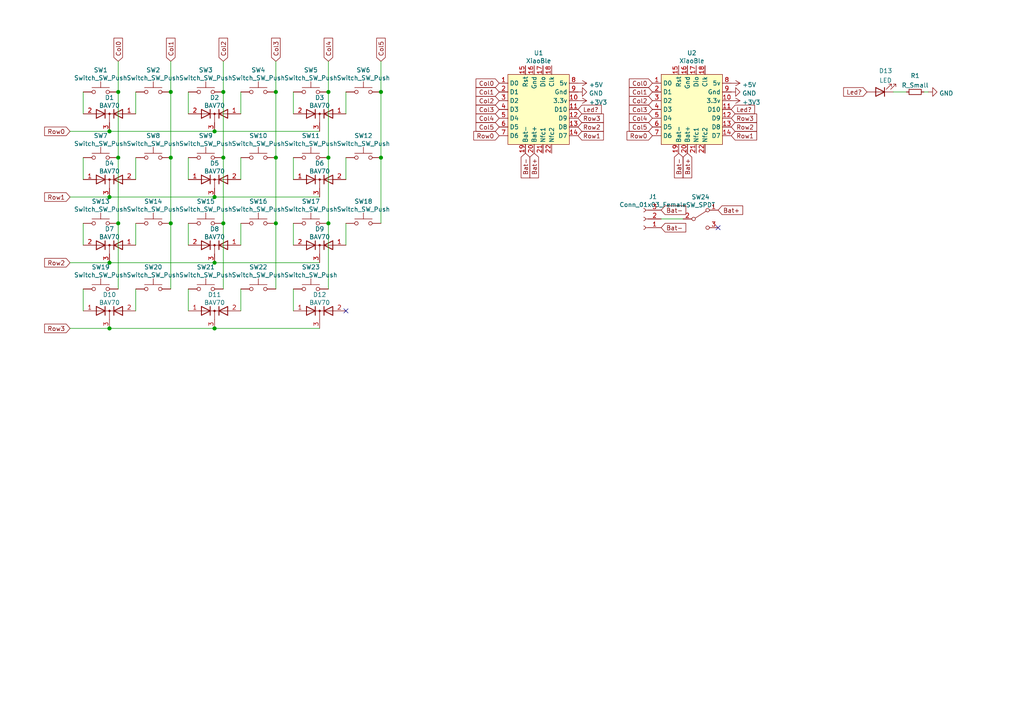
<source format=kicad_sch>
(kicad_sch (version 20231120) (generator "eeschema") (generator_version "8.0")
  (paper "A4")
  (lib_symbols
    (symbol "Connector:Conn_01x03_Female" (pin_names (offset 1.016) hide)
      (property "Reference" "J" (at 0 5.08 0))
      (property "Value" "Conn_01x03_Female" (at 0 -5.08 0))
      (symbol "Conn_01x03_Female_1_1"
        (arc (start 0 -2.032) (mid -0.5058 -2.54) (end 0 -3.048) (stroke (width 0.1524)))
        (polyline (pts (xy -1.27 -2.54) (xy -0.508 -2.54)) (stroke (width 0.1524)))
        (polyline (pts (xy -1.27 0) (xy -0.508 0)) (stroke (width 0.1524)))
        (polyline (pts (xy -1.27 2.54) (xy -0.508 2.54)) (stroke (width 0.1524)))
        (arc (start 0 0.508) (mid -0.5058 0) (end 0 -0.508) (stroke (width 0.1524)))
        (arc (start 0 3.048) (mid -0.5058 2.54) (end 0 2.032) (stroke (width 0.1524)))
        (pin passive line (at -5.08 2.54 0) (length 3.81) (name "Pin_1") (number "1"))
        (pin passive line (at -5.08 0 0) (length 3.81) (name "Pin_2") (number "2"))
        (pin passive line (at -5.08 -2.54 0) (length 3.81) (name "Pin_3") (number "3"))
      )
    )
    (symbol "Device:LED" (pin_numbers hide) (pin_names (offset 1.016) hide)
      (property "Reference" "D" (at 0 2.54 0))
      (property "Value" "LED" (at 0 -2.54 0))
      (symbol "LED_0_1"
        (polyline (pts (xy -1.27 -1.27) (xy -1.27 1.27)) (stroke (width 0.254)))
        (polyline (pts (xy -1.27 0) (xy 1.27 0)))
        (polyline (pts (xy 1.27 -1.27) (xy 1.27 1.27) (xy -1.27 0) (xy 1.27 -1.27)) (stroke (width 0.254)))
        (polyline (pts (xy -3.048 -0.762) (xy -4.572 -2.286) (xy -3.81 -2.286) (xy -4.572 -2.286) (xy -4.572 -1.524)))
        (polyline (pts (xy -1.778 -0.762) (xy -3.302 -2.286) (xy -2.54 -2.286) (xy -3.302 -2.286) (xy -3.302 -1.524)))
      )
      (symbol "LED_1_1"
        (pin passive line (at -3.81 0 0) (length 2.54) (name "K") (number "1"))
        (pin passive line (at 3.81 0 180) (length 2.54) (name "A") (number "2"))
      )
    )
    (symbol "Device:R_Small" (pin_numbers hide) (pin_names (offset 0.254) hide)
      (property "Reference" "R" (at 0.762 0.508 0))
      (property "Value" "R_Small" (at 0.762 -1.016 0))
      (symbol "R_Small_0_1"
        (rectangle (start -0.762 1.778) (end 0.762 -1.778) (stroke (width 0.2032)))
      )
      (symbol "R_Small_1_1"
        (pin passive line (at 0 2.54 270) (length 0.762) (name "~") (number "1"))
        (pin passive line (at 0 -2.54 90) (length 0.762) (name "~") (number "2"))
      )
    )
    (symbol "Diode:BAV70" (pin_names (offset 0.762) hide)
      (property "Reference" "D" (at 0.635 -2.54 0))
      (property "Value" "BAV70" (at 0 2.54 0))
      (symbol "BAV70_0_1"
        (polyline (pts (xy -3.81 0) (xy 3.81 0)))
        (polyline (pts (xy 0 0) (xy 0 -2.54)))
        (polyline (pts (xy -1.27 -1.27) (xy -1.27 1.27) (xy -1.27 1.27)) (stroke (width 0.254)))
        (polyline (pts (xy 1.27 -1.27) (xy 1.27 1.27) (xy 1.27 1.27)) (stroke (width 0.254)))
        (polyline (pts (xy -3.81 1.27) (xy -1.27 0) (xy -3.81 -1.27) (xy -3.81 1.27) (xy -3.81 1.27) (xy -3.81 1.27)) (stroke (width 0.254)))
        (polyline (pts (xy 3.81 -1.27) (xy 1.27 0) (xy 3.81 1.27) (xy 3.81 -1.27) (xy 3.81 -1.27) (xy 3.81 -1.27)) (stroke (width 0.254)))
        (circle (center 0 0) (radius 0.254) (fill (type outline)))
        (pin passive line (at -7.62 0 0) (length 3.81) (name "A") (number "1"))
        (pin passive line (at 7.62 0 180) (length 3.81) (name "A") (number "2"))
        (pin passive line (at 0 -5.08 90) (length 2.54) (name "K") (number "3"))
      )
    )
    (symbol "Switch:SW_SPDT" (pin_names (offset 0) hide)
      (property "Reference" "SW" (at 0 4.318 0))
      (property "Value" "SW_SPDT" (at 0 -5.08 0))
      (symbol "SW_SPDT_0_0"
        (circle (center -2.032 0) (radius 0.508))
        (circle (center 2.032 -2.54) (radius 0.508))
      )
      (symbol "SW_SPDT_0_1"
        (polyline (pts (xy -1.524 0.254) (xy 1.651 2.286)))
        (circle (center 2.032 2.54) (radius 0.508))
      )
      (symbol "SW_SPDT_1_1"
        (pin passive line (at 5.08 2.54 180) (length 2.54) (name "A") (number "1"))
        (pin passive line (at -5.08 0 0) (length 2.54) (name "B") (number "2"))
        (pin passive line (at 5.08 -2.54 180) (length 2.54) (name "C") (number "3"))
      )
    )
    (symbol "Xiao_BLE:XiaoBle"
      (property "Reference" "U1" (at 8.89 6.2272 0))
      (property "Value" "XiaoBle" (at 8.89 3.9285 0))
      (symbol "XiaoBle_0_1"
        (rectangle (start 0 0) (end 17.78 -20.32) (stroke (width 0.1524)) (fill (type background)))
      )
      (symbol "XiaoBle_1_1"
        (pin bidirectional line (at -2.54 -2.54 0) (length 2.54) (name "D0") (number "1"))
        (pin power_in line (at 20.32 -7.62 180) (length 2.54) (name "3.3v") (number "10"))
        (pin bidirectional line (at 20.32 -10.16 180) (length 2.54) (name "D10") (number "11"))
        (pin bidirectional line (at 20.32 -12.7 180) (length 2.54) (name "D9") (number "12"))
        (pin bidirectional line (at 20.32 -15.24 180) (length 2.54) (name "D8") (number "13"))
        (pin bidirectional line (at 20.32 -17.78 180) (length 2.54) (name "D7") (number "14"))
        (pin input line (at 5.08 2.54 270) (length 2.54) (name "Rst") (number "15"))
        (pin power_in line (at 7.62 2.54 270) (length 2.54) (name "Gnd") (number "16"))
        (pin unspecified line (at 10.16 2.54 270) (length 2.54) (name "Dio") (number "17"))
        (pin unspecified line (at 12.7 2.54 270) (length 2.54) (name "Clk") (number "18"))
        (pin power_in line (at 5.08 -22.86 90) (length 2.54) (name "Bat-") (number "19"))
        (pin bidirectional line (at -2.54 -5.08 0) (length 2.54) (name "D1") (number "2"))
        (pin power_in line (at 7.62 -22.86 90) (length 2.54) (name "Bat+") (number "20"))
        (pin unspecified line (at 10.16 -22.86 90) (length 2.54) (name "Nfc1") (number "21"))
        (pin unspecified line (at 12.7 -22.86 90) (length 2.54) (name "Nfc2") (number "22"))
        (pin bidirectional line (at -2.54 -7.62 0) (length 2.54) (name "D2") (number "3"))
        (pin bidirectional line (at -2.54 -10.16 0) (length 2.54) (name "D3") (number "4"))
        (pin bidirectional line (at -2.54 -12.7 0) (length 2.54) (name "D4") (number "5"))
        (pin bidirectional line (at -2.54 -15.24 0) (length 2.54) (name "D5") (number "6"))
        (pin bidirectional line (at -2.54 -17.78 0) (length 2.54) (name "D6") (number "7"))
        (pin power_in line (at 20.32 -2.54 180) (length 2.54) (name "5v") (number "8"))
        (pin power_in line (at 20.32 -5.08 180) (length 2.54) (name "Gnd") (number "9"))
      )
    )
    (symbol "keypadplz-cache:Switch_SW_Push" (pin_numbers hide) (pin_names (offset 1.016) hide)
      (property "Reference" "SW" (at 1.27 2.54 0))
      (property "Value" "Switch_SW_Push" (at 0 -1.524 0))
      (symbol "Switch_SW_Push_0_1"
        (circle (center -2.032 0) (radius 0.508))
        (polyline (pts (xy 0 1.27) (xy 0 3.048)))
        (polyline (pts (xy 2.54 1.27) (xy -2.54 1.27)))
        (circle (center 2.032 0) (radius 0.508))
        (pin passive line (at -5.08 0 0) (length 2.54) (name "1") (number "1"))
        (pin passive line (at 5.08 0 180) (length 2.54) (name "2") (number "2"))
      )
    )
    (symbol "power:+3.3V" (power) (pin_names (offset 0))
      (property "Value" "+3.3V" (at 0 3.556 0))
      (symbol "+3.3V_0_1"
        (polyline (pts (xy -0.762 1.27) (xy 0 2.54)))
        (polyline (pts (xy 0 0) (xy 0 2.54)))
        (polyline (pts (xy 0 2.54) (xy 0.762 1.27)))
      )
      (symbol "+3.3V_1_1"
        (pin power_in line (at 0 0 90) (length 0) hide (name "+3V3") (number "1"))
      )
    )
    (symbol "power:+5V" (power) (pin_names (offset 0))
      (property "Value" "+5V" (at 0 3.556 0))
      (symbol "+5V_0_1"
        (polyline (pts (xy -0.762 1.27) (xy 0 2.54)))
        (polyline (pts (xy 0 0) (xy 0 2.54)))
        (polyline (pts (xy 0 2.54) (xy 0.762 1.27)))
      )
      (symbol "+5V_1_1"
        (pin power_in line (at 0 0 90) (length 0) hide (name "+5V") (number "1"))
      )
    )
    (symbol "power:GND" (power) (pin_names (offset 0))
      (property "Value" "GND" (at 0 -3.81 0))
      (symbol "GND_0_1"
        (polyline (pts (xy 0 0) (xy 0 -1.27) (xy 1.27 -1.27) (xy 0 -2.54) (xy -1.27 -1.27) (xy 0 -1.27)))
      )
      (symbol "GND_1_1"
        (pin power_in line (at 0 0 270) (length 0) hide (name "GND") (number "1"))
      )
    )
  )
  (junction (at 80.01 26.67) (diameter 1.016))
  (junction (at 95.25 26.67) (diameter 1.016))
  (junction (at 34.29 45.72) (diameter 1.016))
  (junction (at 31.75 76.2) (diameter 1.016))
  (junction (at 110.49 26.67) (diameter 1.016))
  (junction (at 31.75 95.25) (diameter 1.016))
  (junction (at 49.53 26.67) (diameter 1.016))
  (junction (at 64.77 26.67) (diameter 1.016))
  (junction (at 62.23 76.2) (diameter 1.016))
  (junction (at 64.77 64.77) (diameter 1.016))
  (junction (at 95.25 64.77) (diameter 1.016))
  (junction (at 34.29 26.67) (diameter 1.016))
  (junction (at 34.29 64.77) (diameter 1.016))
  (junction (at 62.23 38.1) (diameter 1.016))
  (junction (at 62.23 57.15) (diameter 1.016))
  (junction (at 64.77 45.72) (diameter 1.016))
  (junction (at 95.25 45.72) (diameter 1.016))
  (junction (at 31.75 57.15) (diameter 1.016))
  (junction (at 62.23 95.25) (diameter 1.016))
  (junction (at 49.53 64.77) (diameter 1.016))
  (junction (at 80.01 45.72) (diameter 1.016))
  (junction (at 80.01 64.77) (diameter 1.016))
  (junction (at 110.49 45.72) (diameter 1.016))
  (junction (at 49.53 45.72) (diameter 1.016))
  (junction (at 31.75 38.1) (diameter 1.016))
  (no_connect (at 208.28 66.04))
  (no_connect (at 100.33 90.17))
  (wire (pts (xy 64.77 17.78) (xy 64.77 26.67)))
  (wire (pts (xy 64.77 26.67) (xy 64.77 45.72)))
  (wire (pts (xy 64.77 45.72) (xy 64.77 64.77)))
  (wire (pts (xy 64.77 64.77) (xy 64.77 83.82)))
  (wire (pts (xy 20.32 76.2) (xy 31.75 76.2)))
  (wire (pts (xy 31.75 76.2) (xy 62.23 76.2)))
  (wire (pts (xy 62.23 76.2) (xy 92.71 76.2)))
  (wire (pts (xy 85.09 64.77) (xy 85.09 71.12)))
  (wire (pts (xy 85.09 45.72) (xy 85.09 52.07)))
  (wire (pts (xy 100.33 26.67) (xy 100.33 33.02)))
  (wire (pts (xy 54.61 64.77) (xy 54.61 71.12)))
  (wire (pts (xy 39.37 83.82) (xy 39.37 90.17)))
  (wire (pts (xy 69.85 64.77) (xy 69.85 71.12)))
  (wire (pts (xy 110.49 17.78) (xy 110.49 26.67)))
  (wire (pts (xy 110.49 26.67) (xy 110.49 45.72)))
  (wire (pts (xy 110.49 45.72) (xy 110.49 64.77)))
  (wire (pts (xy 95.25 17.78) (xy 95.25 26.67)))
  (wire (pts (xy 95.25 26.67) (xy 95.25 45.72)))
  (wire (pts (xy 95.25 45.72) (xy 95.25 64.77)))
  (wire (pts (xy 95.25 64.77) (xy 95.25 83.82)))
  (wire (pts (xy 24.13 83.82) (xy 24.13 90.17)))
  (wire (pts (xy 34.29 17.78) (xy 34.29 26.67)))
  (wire (pts (xy 34.29 26.67) (xy 34.29 45.72)))
  (wire (pts (xy 34.29 45.72) (xy 34.29 64.77)))
  (wire (pts (xy 34.29 64.77) (xy 34.29 83.82)))
  (wire (pts (xy 20.32 38.1) (xy 31.75 38.1)))
  (wire (pts (xy 31.75 38.1) (xy 62.23 38.1)))
  (wire (pts (xy 62.23 38.1) (xy 92.71 38.1)))
  (wire (pts (xy 267.97 26.67) (xy 269.24 26.67)))
  (wire (pts (xy 191.77 63.5) (xy 198.12 63.5)))
  (wire (pts (xy 85.09 26.67) (xy 85.09 33.02)))
  (wire (pts (xy 259.08 26.67) (xy 262.89 26.67)))
  (wire (pts (xy 20.32 95.25) (xy 31.75 95.25)))
  (wire (pts (xy 31.75 95.25) (xy 62.23 95.25)))
  (wire (pts (xy 62.23 95.25) (xy 92.71 95.25)))
  (wire (pts (xy 24.13 64.77) (xy 24.13 71.12)))
  (wire (pts (xy 69.85 26.67) (xy 69.85 33.02)))
  (wire (pts (xy 69.85 83.82) (xy 69.85 90.17)))
  (wire (pts (xy 24.13 26.67) (xy 24.13 33.02)))
  (wire (pts (xy 20.32 57.15) (xy 31.75 57.15)))
  (wire (pts (xy 31.75 57.15) (xy 62.23 57.15)))
  (wire (pts (xy 62.23 57.15) (xy 92.71 57.15)))
  (wire (pts (xy 39.37 64.77) (xy 39.37 71.12)))
  (wire (pts (xy 49.53 17.78) (xy 49.53 26.67)))
  (wire (pts (xy 49.53 26.67) (xy 49.53 45.72)))
  (wire (pts (xy 49.53 45.72) (xy 49.53 64.77)))
  (wire (pts (xy 49.53 64.77) (xy 49.53 83.82)))
  (wire (pts (xy 54.61 45.72) (xy 54.61 52.07)))
  (wire (pts (xy 69.85 45.72) (xy 69.85 52.07)))
  (wire (pts (xy 85.09 83.82) (xy 85.09 90.17)))
  (wire (pts (xy 24.13 45.72) (xy 24.13 52.07)))
  (wire (pts (xy 80.01 17.78) (xy 80.01 26.67)))
  (wire (pts (xy 80.01 26.67) (xy 80.01 45.72)))
  (wire (pts (xy 80.01 45.72) (xy 80.01 64.77)))
  (wire (pts (xy 80.01 64.77) (xy 80.01 83.82)))
  (wire (pts (xy 100.33 45.72) (xy 100.33 52.07)))
  (wire (pts (xy 39.37 26.67) (xy 39.37 33.02)))
  (wire (pts (xy 39.37 45.72) (xy 39.37 52.07)))
  (wire (pts (xy 100.33 64.77) (xy 100.33 71.12)))
  (wire (pts (xy 54.61 83.82) (xy 54.61 90.17)))
  (wire (pts (xy 54.61 26.67) (xy 54.61 33.02)))
  (global_label "Bat-" (shape input) (at 196.85 44.45 270) (property "Intersheetrefs" "${INTERSHEET_REFS}" (effects (hide yes))))
  (global_label "Row3" (shape input) (at 167.64 34.29 0) (property "Intersheetrefs" "${INTERSHEET_REFS}" (effects (hide yes))))
  (global_label "Row1" (shape input) (at 167.64 39.37 0) (property "Intersheetrefs" "${INTERSHEET_REFS}" (effects (hide yes))))
  (global_label "Row2" (shape input) (at 20.32 76.2 180) (property "Intersheetrefs" "${INTERSHEET_REFS}" (effects (hide yes))))
  (global_label "Col5" (shape input) (at 110.49 17.78 90) (property "Intersheetrefs" "${INTERSHEET_REFS}" (effects (hide yes))))
  (global_label "Row2" (shape input) (at 212.09 36.83 0) (property "Intersheetrefs" "${INTERSHEET_REFS}" (effects (hide yes))))
  (global_label "Bat+" (shape input) (at 199.39 44.45 270) (property "Intersheetrefs" "${INTERSHEET_REFS}" (effects (hide yes))))
  (global_label "Col1" (shape input) (at 49.53 17.78 90) (property "Intersheetrefs" "${INTERSHEET_REFS}" (effects (hide yes))))
  (global_label "Led?" (shape input) (at 212.09 31.75 0) (property "Intersheetrefs" "${INTERSHEET_REFS}" (effects (hide yes))))
  (global_label "Col0" (shape input) (at 34.29 17.78 90) (property "Intersheetrefs" "${INTERSHEET_REFS}" (effects (hide yes))))
  (global_label "Row1" (shape input) (at 20.32 57.15 180) (property "Intersheetrefs" "${INTERSHEET_REFS}" (effects (hide yes))))
  (global_label "Row0" (shape input) (at 144.78 39.37 180) (property "Intersheetrefs" "${INTERSHEET_REFS}" (effects (hide yes))))
  (global_label "Col2" (shape input) (at 189.23 29.21 180) (property "Intersheetrefs" "${INTERSHEET_REFS}" (effects (hide yes))))
  (global_label "Row0" (shape input) (at 20.32 38.1 180) (property "Intersheetrefs" "${INTERSHEET_REFS}" (effects (hide yes))))
  (global_label "Col4" (shape input) (at 144.78 34.29 180) (property "Intersheetrefs" "${INTERSHEET_REFS}" (effects (hide yes))))
  (global_label "Col4" (shape input) (at 95.25 17.78 90) (property "Intersheetrefs" "${INTERSHEET_REFS}" (effects (hide yes))))
  (global_label "Col3" (shape input) (at 144.78 31.75 180) (property "Intersheetrefs" "${INTERSHEET_REFS}" (effects (hide yes))))
  (global_label "Col4" (shape input) (at 189.23 34.29 180) (property "Intersheetrefs" "${INTERSHEET_REFS}" (effects (hide yes))))
  (global_label "Col1" (shape input) (at 144.78 26.67 180) (property "Intersheetrefs" "${INTERSHEET_REFS}" (effects (hide yes))))
  (global_label "Col1" (shape input) (at 189.23 26.67 180) (property "Intersheetrefs" "${INTERSHEET_REFS}" (effects (hide yes))))
  (global_label "Row3" (shape input) (at 20.32 95.25 180) (property "Intersheetrefs" "${INTERSHEET_REFS}" (effects (hide yes))))
  (global_label "Col5" (shape input) (at 144.78 36.83 180) (property "Intersheetrefs" "${INTERSHEET_REFS}" (effects (hide yes))))
  (global_label "Col3" (shape input) (at 189.23 31.75 180) (property "Intersheetrefs" "${INTERSHEET_REFS}" (effects (hide yes))))
  (global_label "Row2" (shape input) (at 167.64 36.83 0) (property "Intersheetrefs" "${INTERSHEET_REFS}" (effects (hide yes))))
  (global_label "Bat-" (shape input) (at 191.77 66.04 0) (property "Intersheetrefs" "${INTERSHEET_REFS}" (effects (hide yes))))
  (global_label "Col2" (shape input) (at 144.78 29.21 180) (property "Intersheetrefs" "${INTERSHEET_REFS}" (effects (hide yes))))
  (global_label "Row0" (shape input) (at 189.23 39.37 180) (property "Intersheetrefs" "${INTERSHEET_REFS}" (effects (hide yes))))
  (global_label "Bat+" (shape input) (at 208.28 60.96 0) (property "Intersheetrefs" "${INTERSHEET_REFS}" (effects (hide yes))))
  (global_label "Col0" (shape input) (at 189.23 24.13 180) (property "Intersheetrefs" "${INTERSHEET_REFS}" (effects (hide yes))))
  (global_label "Col5" (shape input) (at 189.23 36.83 180) (property "Intersheetrefs" "${INTERSHEET_REFS}" (effects (hide yes))))
  (global_label "Col0" (shape input) (at 144.78 24.13 180) (property "Intersheetrefs" "${INTERSHEET_REFS}" (effects (hide yes))))
  (global_label "Led?" (shape input) (at 167.64 31.75 0) (property "Intersheetrefs" "${INTERSHEET_REFS}" (effects (hide yes))))
  (global_label "Row1" (shape input) (at 212.09 39.37 0) (property "Intersheetrefs" "${INTERSHEET_REFS}" (effects (hide yes))))
  (global_label "Row3" (shape input) (at 212.09 34.29 0) (property "Intersheetrefs" "${INTERSHEET_REFS}" (effects (hide yes))))
  (global_label "Bat-" (shape input) (at 152.4 44.45 270) (property "Intersheetrefs" "${INTERSHEET_REFS}" (effects (hide yes))))
  (global_label "Col2" (shape input) (at 64.77 17.78 90) (property "Intersheetrefs" "${INTERSHEET_REFS}" (effects (hide yes))))
  (global_label "Col3" (shape input) (at 80.01 17.78 90) (property "Intersheetrefs" "${INTERSHEET_REFS}" (effects (hide yes))))
  (global_label "Led?" (shape input) (at 251.46 26.67 180) (property "Intersheetrefs" "${INTERSHEET_REFS}" (effects (hide yes))))
  (global_label "Bat-" (shape input) (at 191.77 60.96 0) (property "Intersheetrefs" "${INTERSHEET_REFS}" (effects (hide yes))))
  (global_label "Bat+" (shape input) (at 154.94 44.45 270) (property "Intersheetrefs" "${INTERSHEET_REFS}" (effects (hide yes))))
  (symbol (lib_id "Diode:BAV70") (at 31.75 90.17 0) (unit 1)
    (property "Reference" "D10" (at 31.75 85.4668 0))
    (property "Value" "BAV70" (at 31.75 87.7655 0))
    (property "Footprint" "MakerJake_Kicad_Lib:SOT-23_Both_Sides" (effects (hide yes)))
    (property "Datasheet" "https://assets.nexperia.com/documents/data-sheet/BAV70_SER.pdf" (effects (hide yes)))
  )
  (symbol (lib_id "Diode:BAV70") (at 92.71 52.07 0) (unit 1)
    (property "Reference" "D6" (at 92.71 47.3668 0))
    (property "Value" "BAV70" (at 92.71 49.6655 0))
    (property "Footprint" "MakerJake_Kicad_Lib:SOT-23_Both_Sides" (effects (hide yes)))
    (property "Datasheet" "https://assets.nexperia.com/documents/data-sheet/BAV70_SER.pdf" (effects (hide yes)))
  )
  (symbol (lib_id "Diode:BAV70") (at 31.75 71.12 0) (mirror y) (unit 1)
    (property "Reference" "D7" (at 31.75 66.4168 0))
    (property "Value" "BAV70" (at 31.75 68.7155 0))
    (property "Footprint" "MakerJake_Kicad_Lib:SOT-23_Both_Sides" (effects (hide yes)))
    (property "Datasheet" "https://assets.nexperia.com/documents/data-sheet/BAV70_SER.pdf" (effects (hide yes)))
  )
  (symbol (lib_id "keypadplz-cache:Switch_SW_Push") (at 74.93 83.82 0) (unit 1)
    (property "Reference" "SW22" (at 74.93 77.4658 0))
    (property "Value" "Switch_SW_Push" (at 74.93 79.7645 0))
    (property "Footprint" "MakerJake_Kicad_Lib:Kailh_socket_PG1350_reversible" (effects (hide yes)))
  )
  (symbol (lib_id "keypadplz-cache:Switch_SW_Push") (at 90.17 83.82 0) (unit 1)
    (property "Reference" "SW23" (at 90.17 77.4658 0))
    (property "Value" "Switch_SW_Push" (at 90.17 79.7645 0))
    (property "Footprint" "MakerJake_Kicad_Lib:Kailh_socket_PG1350_reversible" (effects (hide yes)))
  )
  (symbol (lib_id "Xiao_BLE:XiaoBle") (at 191.77 21.59 0) (unit 1)
    (property "Reference" "U2" (at 200.66 15.3628 0))
    (property "Value" "XiaoBle" (at 200.66 17.6615 0))
    (property "Footprint" "MakerJake_Kicad_Lib:XIAO_Ble" (effects (hide yes)))
  )
  (symbol (lib_id "keypadplz-cache:Switch_SW_Push") (at 74.93 45.72 0) (unit 1)
    (property "Reference" "SW10" (at 74.93 39.3658 0))
    (property "Value" "Switch_SW_Push" (at 74.93 41.6645 0))
    (property "Footprint" "MakerJake_Kicad_Lib:Kailh_socket_PG1350_reversible" (effects (hide yes)))
  )
  (symbol (lib_id "power:GND") (at 269.24 26.67 90) (unit 1)
    (property "Reference" "#PWR0108" (effects (hide yes)))
    (property "Value" "GND" (at 272.4151 27.0585 90) (effects (justify right)))
  )
  (symbol (lib_id "Xiao_BLE:XiaoBle") (at 147.32 21.59 0) (unit 1)
    (property "Reference" "U1" (at 156.21 15.3628 0))
    (property "Value" "XiaoBle" (at 156.21 17.6615 0))
    (property "Footprint" "MakerJake_Kicad_Lib:XIAO_Ble" (effects (hide yes)))
  )
  (symbol (lib_id "Device:LED") (at 255.27 26.67 180) (unit 1)
    (property "Reference" "D13" (at 256.8575 20.5445 0))
    (property "Value" "LED" (at 256.8575 23.3196 0))
    (property "Footprint" "LED_SMD:LED_1206_3216Metric" (effects (hide yes)))
  )
  (symbol (lib_id "keypadplz-cache:Switch_SW_Push") (at 44.45 45.72 0) (unit 1)
    (property "Reference" "SW8" (at 44.45 39.3658 0))
    (property "Value" "Switch_SW_Push" (at 44.45 41.6645 0))
    (property "Footprint" "MakerJake_Kicad_Lib:Kailh_socket_PG1350_reversible" (effects (hide yes)))
  )
  (symbol (lib_id "Diode:BAV70") (at 62.23 71.12 0) (mirror y) (unit 1)
    (property "Reference" "D8" (at 62.23 66.4168 0))
    (property "Value" "BAV70" (at 62.23 68.7155 0))
    (property "Footprint" "MakerJake_Kicad_Lib:SOT-23_Both_Sides" (effects (hide yes)))
    (property "Datasheet" "https://assets.nexperia.com/documents/data-sheet/BAV70_SER.pdf" (effects (hide yes)))
  )
  (symbol (lib_id "Diode:BAV70") (at 31.75 52.07 0) (unit 1)
    (property "Reference" "D4" (at 31.75 47.3668 0))
    (property "Value" "BAV70" (at 31.75 49.6655 0))
    (property "Footprint" "MakerJake_Kicad_Lib:SOT-23_Both_Sides" (effects (hide yes)))
    (property "Datasheet" "https://assets.nexperia.com/documents/data-sheet/BAV70_SER.pdf" (effects (hide yes)))
  )
  (symbol (lib_id "keypadplz-cache:Switch_SW_Push") (at 29.21 83.82 0) (unit 1)
    (property "Reference" "SW19" (at 29.21 77.4658 0))
    (property "Value" "Switch_SW_Push" (at 29.21 79.7645 0))
    (property "Footprint" "MakerJake_Kicad_Lib:Kailh_socket_PG1350_reversible" (effects (hide yes)))
  )
  (symbol (lib_id "Diode:BAV70") (at 31.75 33.02 0) (mirror y) (unit 1)
    (property "Reference" "D1" (at 31.75 28.3168 0))
    (property "Value" "BAV70" (at 31.75 30.6155 0))
    (property "Footprint" "MakerJake_Kicad_Lib:SOT-23_Both_Sides" (effects (hide yes)))
    (property "Datasheet" "https://assets.nexperia.com/documents/data-sheet/BAV70_SER.pdf" (effects (hide yes)))
  )
  (symbol (lib_id "power:+3.3V") (at 167.64 29.21 270) (unit 1)
    (property "Reference" "#PWR0106" (effects (hide yes)))
    (property "Value" "+3V3" (at 170.815 29.689 90) (effects (justify left)))
  )
  (symbol (lib_id "keypadplz-cache:Switch_SW_Push") (at 59.69 26.67 0) (unit 1)
    (property "Reference" "SW3" (at 59.69 20.3158 0))
    (property "Value" "Switch_SW_Push" (at 59.69 22.6145 0))
    (property "Footprint" "MakerJake_Kicad_Lib:Kailh_socket_PG1350_reversible" (effects (hide yes)))
  )
  (symbol (lib_id "Diode:BAV70") (at 92.71 90.17 0) (unit 1)
    (property "Reference" "D12" (at 92.71 85.4668 0))
    (property "Value" "BAV70" (at 92.71 87.7655 0))
    (property "Footprint" "MakerJake_Kicad_Lib:SOT-23_Both_Sides" (effects (hide yes)))
    (property "Datasheet" "https://assets.nexperia.com/documents/data-sheet/BAV70_SER.pdf" (effects (hide yes)))
  )
  (symbol (lib_id "power:+5V") (at 167.64 24.13 270) (unit 1)
    (property "Reference" "#PWR0105" (effects (hide yes)))
    (property "Value" "+5V" (at 170.815 24.609 90) (effects (justify left)))
  )
  (symbol (lib_id "Diode:BAV70") (at 92.71 71.12 0) (mirror y) (unit 1)
    (property "Reference" "D9" (at 92.71 66.4168 0))
    (property "Value" "BAV70" (at 92.71 68.7155 0))
    (property "Footprint" "MakerJake_Kicad_Lib:SOT-23_Both_Sides" (effects (hide yes)))
    (property "Datasheet" "https://assets.nexperia.com/documents/data-sheet/BAV70_SER.pdf" (effects (hide yes)))
  )
  (symbol (lib_id "power:GND") (at 167.64 26.67 90) (unit 1)
    (property "Reference" "#PWR0101" (effects (hide yes)))
    (property "Value" "GND" (at 170.8151 27.0585 90) (effects (justify right)))
  )
  (symbol (lib_id "keypadplz-cache:Switch_SW_Push") (at 59.69 45.72 0) (unit 1)
    (property "Reference" "SW9" (at 59.69 39.3658 0))
    (property "Value" "Switch_SW_Push" (at 59.69 41.6645 0))
    (property "Footprint" "MakerJake_Kicad_Lib:Kailh_socket_PG1350_reversible" (effects (hide yes)))
  )
  (symbol (lib_id "keypadplz-cache:Switch_SW_Push") (at 90.17 45.72 0) (unit 1)
    (property "Reference" "SW11" (at 90.17 39.3658 0))
    (property "Value" "Switch_SW_Push" (at 90.17 41.6645 0))
    (property "Footprint" "MakerJake_Kicad_Lib:Kailh_socket_PG1350_reversible" (effects (hide yes)))
  )
  (symbol (lib_id "keypadplz-cache:Switch_SW_Push") (at 74.93 26.67 0) (unit 1)
    (property "Reference" "SW4" (at 74.93 20.3158 0))
    (property "Value" "Switch_SW_Push" (at 74.93 22.6145 0))
    (property "Footprint" "MakerJake_Kicad_Lib:Kailh_socket_PG1350_reversible" (effects (hide yes)))
  )
  (symbol (lib_id "power:+3.3V") (at 212.09 29.21 270) (unit 1)
    (property "Reference" "#PWR0104" (effects (hide yes)))
    (property "Value" "+3V3" (at 215.265 29.689 90) (effects (justify left)))
  )
  (symbol (lib_id "keypadplz-cache:Switch_SW_Push") (at 90.17 26.67 0) (unit 1)
    (property "Reference" "SW5" (at 90.17 20.3158 0))
    (property "Value" "Switch_SW_Push" (at 90.17 22.6145 0))
    (property "Footprint" "MakerJake_Kicad_Lib:Kailh_socket_PG1350_reversible" (effects (hide yes)))
  )
  (symbol (lib_id "keypadplz-cache:Switch_SW_Push") (at 105.41 64.77 0) (unit 1)
    (property "Reference" "SW18" (at 105.41 58.4158 0))
    (property "Value" "Switch_SW_Push" (at 105.41 60.7145 0))
    (property "Footprint" "MakerJake_Kicad_Lib:Kailh_socket_PG1350_reversible" (effects (hide yes)))
  )
  (symbol (lib_id "keypadplz-cache:Switch_SW_Push") (at 29.21 26.67 0) (unit 1)
    (property "Reference" "SW1" (at 29.21 20.3158 0))
    (property "Value" "Switch_SW_Push" (at 29.21 22.6145 0))
    (property "Footprint" "MakerJake_Kicad_Lib:Kailh_socket_PG1350_reversible" (effects (hide yes)))
  )
  (symbol (lib_id "keypadplz-cache:Switch_SW_Push") (at 59.69 64.77 0) (unit 1)
    (property "Reference" "SW15" (at 59.69 58.4158 0))
    (property "Value" "Switch_SW_Push" (at 59.69 60.7145 0))
    (property "Footprint" "MakerJake_Kicad_Lib:Kailh_socket_PG1350_reversible" (effects (hide yes)))
  )
  (symbol (lib_id "Connector:Conn_01x03_Female") (at 186.69 63.5 180) (unit 1)
    (property "Reference" "J1" (at 189.3824 57.0696 0))
    (property "Value" "Conn_01x03_Female" (at 189.3824 59.3683 0))
    (property "Footprint" "Connector_JST:JST_PH_S3B-PH-SM4-TB_1x03-1MP_P2.00mm_Horizontal" (effects (hide yes)))
  )
  (symbol (lib_id "keypadplz-cache:Switch_SW_Push") (at 44.45 83.82 0) (unit 1)
    (property "Reference" "SW20" (at 44.45 77.4658 0))
    (property "Value" "Switch_SW_Push" (at 44.45 79.7645 0))
    (property "Footprint" "MakerJake_Kicad_Lib:Kailh_socket_PG1350_reversible" (effects (hide yes)))
  )
  (symbol (lib_id "Diode:BAV70") (at 62.23 52.07 0) (unit 1)
    (property "Reference" "D5" (at 62.23 47.3668 0))
    (property "Value" "BAV70" (at 62.23 49.6655 0))
    (property "Footprint" "MakerJake_Kicad_Lib:SOT-23_Both_Sides" (effects (hide yes)))
    (property "Datasheet" "https://assets.nexperia.com/documents/data-sheet/BAV70_SER.pdf" (effects (hide yes)))
  )
  (symbol (lib_id "Diode:BAV70") (at 62.23 33.02 0) (mirror y) (unit 1)
    (property "Reference" "D2" (at 62.23 28.3168 0))
    (property "Value" "BAV70" (at 62.23 30.6155 0))
    (property "Footprint" "MakerJake_Kicad_Lib:SOT-23_Both_Sides" (effects (hide yes)))
    (property "Datasheet" "https://assets.nexperia.com/documents/data-sheet/BAV70_SER.pdf" (effects (hide yes)))
  )
  (symbol (lib_id "keypadplz-cache:Switch_SW_Push") (at 44.45 64.77 0) (unit 1)
    (property "Reference" "SW14" (at 44.45 58.4158 0))
    (property "Value" "Switch_SW_Push" (at 44.45 60.7145 0))
    (property "Footprint" "MakerJake_Kicad_Lib:Kailh_socket_PG1350_reversible" (effects (hide yes)))
  )
  (symbol (lib_id "power:+5V") (at 212.09 24.13 270) (unit 1)
    (property "Reference" "#PWR0103" (effects (hide yes)))
    (property "Value" "+5V" (at 215.265 24.609 90) (effects (justify left)))
  )
  (symbol (lib_id "Diode:BAV70") (at 92.71 33.02 0) (mirror y) (unit 1)
    (property "Reference" "D3" (at 92.71 28.3168 0))
    (property "Value" "BAV70" (at 92.71 30.6155 0))
    (property "Footprint" "MakerJake_Kicad_Lib:SOT-23_Both_Sides" (effects (hide yes)))
    (property "Datasheet" "https://assets.nexperia.com/documents/data-sheet/BAV70_SER.pdf" (effects (hide yes)))
  )
  (symbol (lib_id "Device:R_Small") (at 265.43 26.67 90) (unit 1)
    (property "Reference" "R1" (at 265.43 21.9669 90))
    (property "Value" "R_Small" (at 265.43 24.742 90))
    (property "Footprint" "Resistor_SMD:R_1206_3216Metric" (effects (hide yes)))
  )
  (symbol (lib_id "power:GND") (at 212.09 26.67 90) (unit 1)
    (property "Reference" "#PWR0102" (effects (hide yes)))
    (property "Value" "GND" (at 215.2651 27.0585 90) (effects (justify right)))
  )
  (symbol (lib_id "Switch:SW_SPDT") (at 203.2 63.5 0) (unit 1)
    (property "Reference" "SW24" (at 203.2 57.1458 0))
    (property "Value" "SW_SPDT" (at 203.2 59.4445 0))
    (property "Footprint" "Button_Switch_SMD:SW_SPDT_PCM12" (effects (hide yes)))
  )
  (symbol (lib_id "keypadplz-cache:Switch_SW_Push") (at 44.45 26.67 0) (unit 1)
    (property "Reference" "SW2" (at 44.45 20.3158 0))
    (property "Value" "Switch_SW_Push" (at 44.45 22.6145 0))
    (property "Footprint" "MakerJake_Kicad_Lib:Kailh_socket_PG1350_reversible" (effects (hide yes)))
  )
  (symbol (lib_id "keypadplz-cache:Switch_SW_Push") (at 105.41 45.72 0) (unit 1)
    (property "Reference" "SW12" (at 105.41 39.3658 0))
    (property "Value" "Switch_SW_Push" (at 105.41 41.6645 0))
    (property "Footprint" "MakerJake_Kicad_Lib:Kailh_socket_PG1350_reversible" (effects (hide yes)))
  )
  (symbol (lib_id "keypadplz-cache:Switch_SW_Push") (at 90.17 64.77 0) (unit 1)
    (property "Reference" "SW17" (at 90.17 58.4158 0))
    (property "Value" "Switch_SW_Push" (at 90.17 60.7145 0))
    (property "Footprint" "MakerJake_Kicad_Lib:Kailh_socket_PG1350_reversible" (effects (hide yes)))
  )
  (symbol (lib_id "keypadplz-cache:Switch_SW_Push") (at 29.21 45.72 0) (unit 1)
    (property "Reference" "SW7" (at 29.21 39.3658 0))
    (property "Value" "Switch_SW_Push" (at 29.21 41.6645 0))
    (property "Footprint" "MakerJake_Kicad_Lib:Kailh_socket_PG1350_reversible" (effects (hide yes)))
  )
  (symbol (lib_id "keypadplz-cache:Switch_SW_Push") (at 74.93 64.77 0) (unit 1)
    (property "Reference" "SW16" (at 74.93 58.4158 0))
    (property "Value" "Switch_SW_Push" (at 74.93 60.7145 0))
    (property "Footprint" "MakerJake_Kicad_Lib:Kailh_socket_PG1350_reversible" (effects (hide yes)))
  )
  (symbol (lib_id "keypadplz-cache:Switch_SW_Push") (at 105.41 26.67 0) (unit 1)
    (property "Reference" "SW6" (at 105.41 20.3158 0))
    (property "Value" "Switch_SW_Push" (at 105.41 22.6145 0))
    (property "Footprint" "MakerJake_Kicad_Lib:Kailh_socket_PG1350_reversible" (effects (hide yes)))
  )
  (symbol (lib_id "Diode:BAV70") (at 62.23 90.17 0) (unit 1)
    (property "Reference" "D11" (at 62.23 85.4668 0))
    (property "Value" "BAV70" (at 62.23 87.7655 0))
    (property "Footprint" "MakerJake_Kicad_Lib:SOT-23_Both_Sides" (effects (hide yes)))
    (property "Datasheet" "https://assets.nexperia.com/documents/data-sheet/BAV70_SER.pdf" (effects (hide yes)))
  )
  (symbol (lib_id "keypadplz-cache:Switch_SW_Push") (at 29.21 64.77 0) (unit 1)
    (property "Reference" "SW13" (at 29.21 58.4158 0))
    (property "Value" "Switch_SW_Push" (at 29.21 60.7145 0))
    (property "Footprint" "MakerJake_Kicad_Lib:Kailh_socket_PG1350_reversible" (effects (hide yes)))
  )
  (symbol (lib_id "keypadplz-cache:Switch_SW_Push") (at 59.69 83.82 0) (unit 1)
    (property "Reference" "SW21" (at 59.69 77.4658 0))
    (property "Value" "Switch_SW_Push" (at 59.69 79.7645 0))
    (property "Footprint" "MakerJake_Kicad_Lib:Kailh_socket_PG1350_reversible" (effects (hide yes)))
  )
)
</source>
